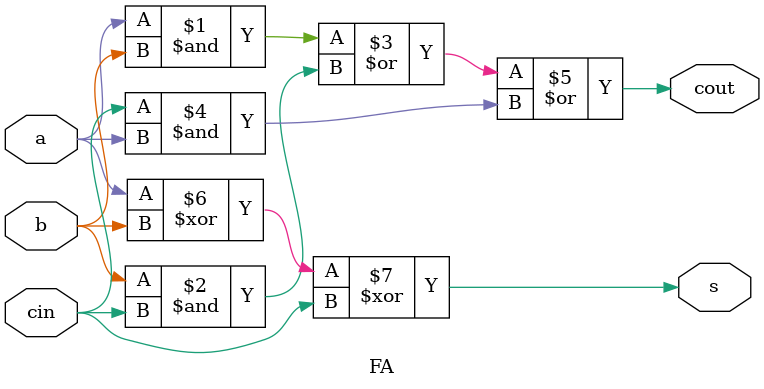
<source format=v>
module top_module( 
    input [99:0] a, b,
    input cin,
    output cout,
    output [99:0] sum );
    
    wire [99:0] c;
   
    FA fa[99:0] (.a(a),.b(b),.cin({c[98:0],cin}),.s(sum),.cout(c));
    assign  cout =c[99];
endmodule
module  FA(a,b,cin,s,cout);
     input a,b,cin;
     output s,cout;
     assign cout = (a&b)|(b&cin)|(cin&a);
     assign s = a^b^cin;
endmodule

</source>
